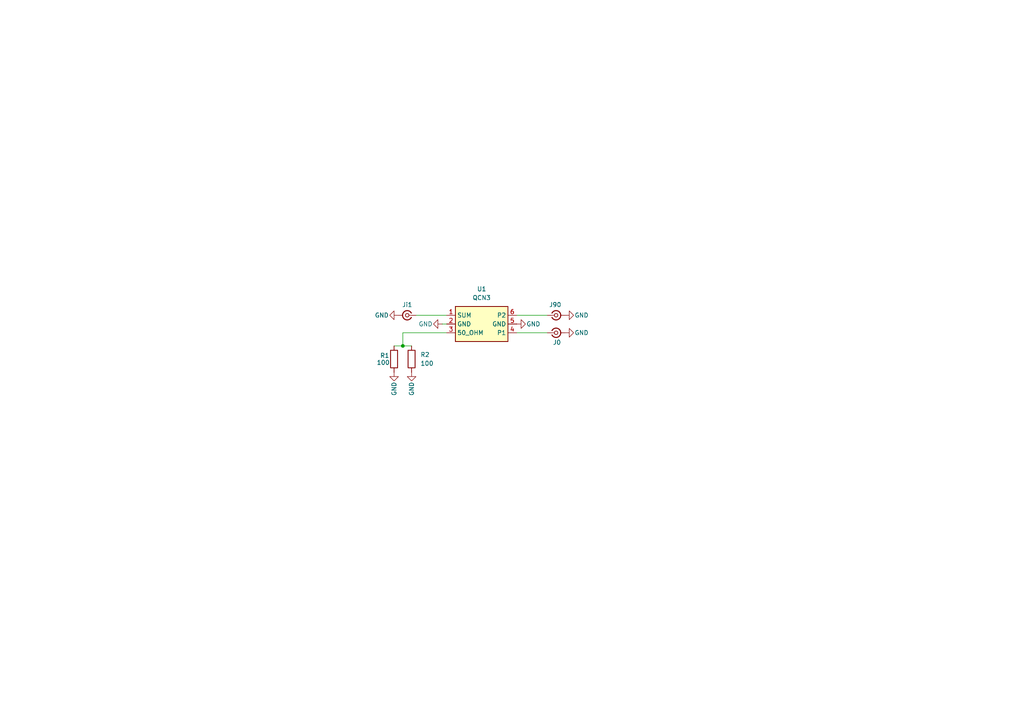
<source format=kicad_sch>
(kicad_sch (version 20231120) (generator "eeschema") (generator_version "8.0")
  (paper "A4")
  (lib_symbols
    (symbol "Connector:Conn_Coaxial_Small" (pin_numbers hide) (pin_names (offset 1.016) hide)
      (property "Reference" "J" (at 0.254 3.048 0))
      (property "Value" "Conn_Coaxial_Small" (at 0 -3.81 0))
      (symbol "Conn_Coaxial_Small_0_1"
        (polyline (pts (xy -2.54 0) (xy -0.508 0)))
        (circle (center 0 0) (radius 0.508) (stroke (width 0.2032)))
      )
      (symbol "Conn_Coaxial_Small_1_1"
        (arc (start -1.1916 -0.6311) (mid 0.327 -1.3081) (end 1.3484 0.0039) (stroke (width 0.3048)))
        (arc (start 1.3484 -0.0039) (mid 0.327 1.3081) (end -1.1916 0.6311) (stroke (width 0.3048)))
        (pin passive line (at -2.54 0 0) (length 1.27) (name "In") (number "1"))
        (pin passive line (at 2.54 0 180) (length 1.27) (name "Ext") (number "2"))
      )
    )
    (symbol "Device:R" (pin_numbers hide) (pin_names (offset 0))
      (property "Reference" "R" (at 2.032 0 90))
      (property "Value" "R" (at 0 0 90))
      (symbol "R_0_1"
        (rectangle (start -1.016 -2.54) (end 1.016 2.54) (stroke (width 0.254)))
      )
      (symbol "R_1_1"
        (pin passive line (at 0 3.81 270) (length 1.27) (name "~") (number "1"))
        (pin passive line (at 0 -3.81 90) (length 1.27) (name "~") (number "2"))
      )
    )
    (symbol "Symbols:QCN3"
      (property "Reference" "U" (at -6.35 6.35 0))
      (property "Value" "QCN3" (at 1.27 6.35 0))
      (symbol "QCN3_1_1"
        (rectangle (start -7.62 5.08) (end 7.62 -5.08) (stroke (width 0.254)) (fill (type background)))
        (pin output line (at -10.16 2.54 0) (length 2.54) (name "SUM") (number "1"))
        (pin power_in line (at -10.16 0 0) (length 2.54) (name "GND") (number "2"))
        (pin output line (at -10.16 -2.54 0) (length 2.54) (name "50_OHM") (number "3"))
        (pin input line (at 10.16 -2.54 180) (length 2.54) (name "P1") (number "4"))
        (pin power_in line (at 10.16 0 180) (length 2.54) (name "GND") (number "5"))
        (pin input line (at 10.16 2.54 180) (length 2.54) (name "P2") (number "6"))
      )
    )
    (symbol "power:GND" (power) (pin_numbers hide) (pin_names (offset 0) hide)
      (property "Value" "GND" (at 0 -3.81 0))
      (symbol "GND_0_1"
        (polyline (pts (xy 0 0) (xy 0 -1.27) (xy 1.27 -1.27) (xy 0 -2.54) (xy -1.27 -1.27) (xy 0 -1.27)))
      )
      (symbol "GND_1_1"
        (pin power_in line (at 0 0 270) (length 0) (name "~") (number "1"))
      )
    )
  )
  (junction (at 116.84 100.33))
  (wire (pts (xy 149.86 91.44) (xy 158.75 91.44)))
  (wire (pts (xy 114.3 100.33) (xy 116.84 100.33)))
  (wire (pts (xy 128.27 93.98) (xy 129.54 93.98)))
  (wire (pts (xy 129.54 96.52) (xy 116.84 96.52)))
  (wire (pts (xy 116.84 96.52) (xy 116.84 100.33)))
  (wire (pts (xy 116.84 100.33) (xy 119.38 100.33)))
  (wire (pts (xy 149.86 96.52) (xy 158.75 96.52)))
  (wire (pts (xy 120.65 91.44) (xy 129.54 91.44)))
  (symbol (lib_id "Connector:Conn_Coaxial_Small") (at 161.29 91.44 0) (unit 1)
    (property "Reference" "J90" (at 161.036 88.392 0))
    (property "Value" "Conn_Coaxial_Small" (effects (hide yes)))
    (property "Footprint" "Connector_Coaxial:SMA_Samtec_SMA-J-P-X-ST-EM1_EdgeMount" (effects (hide yes)))
    (property "Datasheet" " ~" (effects (hide yes)))
    (property "Description" "small coaxial connector (BNC, SMA, SMB, SMC, Cinch/RCA, LEMO, ...)" (effects (hide yes)))
  )
  (symbol (lib_id "Symbols:QCN3") (at 139.7 93.98 0) (unit 1)
    (property "Reference" "U1" (at 139.7 83.82 0))
    (property "Value" "QCN3" (at 139.7 86.36 0))
    (property "Footprint" "Footprints:QCN3" (effects (hide yes)))
  )
  (symbol (lib_id "power:GND") (at 163.83 91.44 90) (unit 1)
    (property "Reference" "#PWR03" (effects (hide yes)))
    (property "Value" "GND" (at 166.624 91.44 90) (effects (justify right)))
    (property "Description" "Power symbol creates a global label with name \"GND\" , ground" (effects (hide yes)))
  )
  (symbol (lib_id "power:GND") (at 119.38 107.95 0) (unit 1)
    (property "Reference" "#PWR05" (effects (hide yes)))
    (property "Value" "GND" (at 119.38 110.744 90) (effects (justify right)))
    (property "Description" "Power symbol creates a global label with name \"GND\" , ground" (effects (hide yes)))
  )
  (symbol (lib_id "power:GND") (at 149.86 93.98 90) (unit 1)
    (property "Reference" "#PWR02" (effects (hide yes)))
    (property "Value" "GND" (at 152.654 93.98 90) (effects (justify right)))
    (property "Description" "Power symbol creates a global label with name \"GND\" , ground" (effects (hide yes)))
  )
  (symbol (lib_id "Connector:Conn_Coaxial_Small") (at 118.11 91.44 180) (unit 1)
    (property "Reference" "Ji1" (at 118.11 88.392 0))
    (property "Value" "Conn_Coaxial_Small" (effects (hide yes)))
    (property "Footprint" "Connector_Coaxial:SMA_Samtec_SMA-J-P-X-ST-EM1_EdgeMount" (effects (hide yes)))
    (property "Datasheet" " ~" (effects (hide yes)))
    (property "Description" "small coaxial connector (BNC, SMA, SMB, SMC, Cinch/RCA, LEMO, ...)" (effects (hide yes)))
  )
  (symbol (lib_id "Device:R") (at 114.3 104.14 0) (unit 1)
    (property "Reference" "R1" (at 110.236 103.124 0) (effects (justify left)))
    (property "Value" "100" (at 109.22 105.156 0) (effects (justify left)))
    (property "Footprint" "Resistor_SMD:R_2512_6332Metric_Pad1.40x3.35mm_HandSolder" (effects (hide yes)))
    (property "Description" "Resistor" (effects (hide yes)))
  )
  (symbol (lib_id "power:GND") (at 128.27 93.98 270) (unit 1)
    (property "Reference" "#PWR01" (effects (hide yes)))
    (property "Value" "GND" (at 125.476 93.98 90) (effects (justify right)))
    (property "Description" "Power symbol creates a global label with name \"GND\" , ground" (effects (hide yes)))
  )
  (symbol (lib_id "power:GND") (at 115.57 91.44 270) (unit 1)
    (property "Reference" "#PWR07" (effects (hide yes)))
    (property "Value" "GND" (at 112.776 91.44 90) (effects (justify right)))
    (property "Description" "Power symbol creates a global label with name \"GND\" , ground" (effects (hide yes)))
  )
  (symbol (lib_id "power:GND") (at 163.83 96.52 90) (unit 1)
    (property "Reference" "#PWR04" (effects (hide yes)))
    (property "Value" "GND" (at 166.624 96.52 90) (effects (justify right)))
    (property "Description" "Power symbol creates a global label with name \"GND\" , ground" (effects (hide yes)))
  )
  (symbol (lib_id "power:GND") (at 114.3 107.95 0) (unit 1)
    (property "Reference" "#PWR06" (effects (hide yes)))
    (property "Value" "GND" (at 114.3 110.744 90) (effects (justify right)))
    (property "Description" "Power symbol creates a global label with name \"GND\" , ground" (effects (hide yes)))
  )
  (symbol (lib_id "Device:R") (at 119.38 104.14 0) (unit 1)
    (property "Reference" "R2" (at 121.92 102.8699 0) (effects (justify left)))
    (property "Value" "100" (at 121.92 105.4099 0) (effects (justify left)))
    (property "Footprint" "Resistor_SMD:R_2512_6332Metric_Pad1.40x3.35mm_HandSolder" (effects (hide yes)))
    (property "Description" "Resistor" (effects (hide yes)))
  )
  (symbol (lib_id "Connector:Conn_Coaxial_Small") (at 161.29 96.52 0) (unit 1)
    (property "Reference" "J0" (at 161.544 99.314 0))
    (property "Value" "Conn_Coaxial_Small" (effects (hide yes)))
    (property "Footprint" "Connector_Coaxial:SMA_Samtec_SMA-J-P-X-ST-EM1_EdgeMount" (effects (hide yes)))
    (property "Datasheet" " ~" (effects (hide yes)))
    (property "Description" "small coaxial connector (BNC, SMA, SMB, SMC, Cinch/RCA, LEMO, ...)" (effects (hide yes)))
  )
)
</source>
